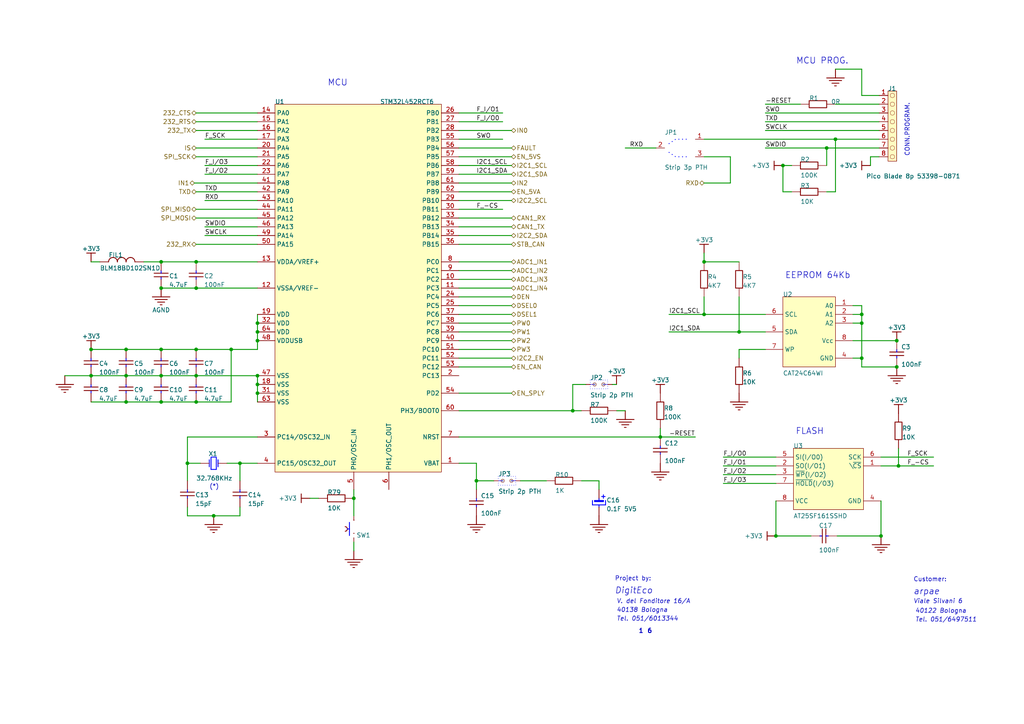
<source format=kicad_sch>
(kicad_sch (version 20230121) (generator eeschema)
  (paper "A4")
  (title_block (title "Stima V4-Slave") (rev "1.1"))
  (lib_symbols
    (symbol "Stima V4 Slave Rev1_1-altium-import:+3V3" (power)
      (property "Reference" "#PWR" (at 0 0 0))
      (property "Value" "+3V3" (at 0 3.81 0))
      (symbol "+3V3_0_0"
        (pin power_in line (at 0 0 0) (length 0) hide (name "+3V3") (number ""))
      )
    )
    (symbol "Stima V4 Slave Rev1_1-altium-import:AGND" (power)
      (property "Reference" "#PWR" (at 0 0 0))
      (property "Value" "AGND" (at 0 6.35 0))
      (symbol "AGND_0_0"
        (pin power_in line (at 0 0 0) (length 0) hide (name "AGND") (number ""))
      )
    )
    (symbol "Stima V4 Slave Rev1_1-altium-import:GND" (power)
      (property "Reference" "#PWR" (at 0 0 0))
      (property "Value" "GND" (at 0 6.35 0))
      (symbol "GND_0_0"
        (pin power_in line (at 0 0 0) (length 0) hide (name "GND") (number ""))
      )
    )
    (symbol "Stima V4 Slave Rev1_1-altium-import:root_0_AT25SF161SSHD"
      (symbol "root_0_AT25SF161SSHD_1_0"
        (pin input line (at 25.4 -5.08 180) (length 5.08) (name "\\~{CS}") (number "1"))
        (pin output line (at -5.08 -5.08 0) (length 5.08) (name "SO(I/O1)") (number "2"))
        (pin input line (at -5.08 -7.62 0) (length 5.08) (name "~{WP}(I/O2)") (number "3"))
        (pin power_in line (at 25.4 -15.24 180) (length 5.08) (name "GND") (number "4"))
        (pin input line (at -5.08 -2.54 0) (length 5.08) (name "SI(I/O0)") (number "5"))
        (pin input line (at 25.4 -2.54 180) (length 5.08) (name "SCK") (number "6"))
        (pin input line (at -5.08 -10.16 0) (length 5.08) (name "~{HOLD}(I/O3)") (number "7"))
        (pin power_in line (at -5.08 -15.24 0) (length 5.08) (name "VCC") (number "8"))
      )
    )
    (symbol "Stima V4 Slave Rev1_1-altium-import:root_0_BLM18BD"
      (symbol "root_0_BLM18BD_1_0"
        (pin passive line (at -2.54 -2.54 0) (length 2.54) (name "1") (number "1"))
        (pin passive line (at 10.16 -2.54 180) (length 2.54) (name "2") (number "2"))
      )
    )
    (symbol "Stima V4 Slave Rev1_1-altium-import:root_0_C0603"
      (symbol "root_0_C0603_1_0"
        (pin passive line (at 0 2.54 270) (length 2.54) (name "1") (number "1"))
        (pin passive line (at 0 -5.08 90) (length 2.54) (name "2") (number "2"))
      )
    )
    (symbol "Stima V4 Slave Rev1_1-altium-import:root_0_C0805"
      (symbol "root_0_C0805_1_0"
        (pin passive line (at 0 2.54 270) (length 2.54) (name "1") (number "1"))
        (pin passive line (at 0 -5.08 90) (length 2.54) (name "2") (number "2"))
      )
    )
    (symbol "Stima V4 Slave Rev1_1-altium-import:root_0_ConnPicoBlade8p"
      (symbol "root_0_ConnPicoBlade8p_1_0"
        (pin passive line (at -2.54 -1.27 0) (length 2.54) (name "1") (number "1"))
        (pin passive line (at -2.54 -3.81 0) (length 2.54) (name "2") (number "2"))
        (pin passive line (at -2.54 -6.35 0) (length 2.54) (name "3") (number "3"))
        (pin passive line (at -2.54 -8.89 0) (length 2.54) (name "4") (number "4"))
        (pin passive line (at -2.54 -11.43 0) (length 2.54) (name "5") (number "5"))
        (pin passive line (at -2.54 -13.97 0) (length 2.54) (name "6") (number "6"))
        (pin passive line (at -2.54 -16.51 0) (length 2.54) (name "7") (number "7"))
        (pin passive line (at -2.54 -19.05 0) (length 2.54) (name "8") (number "8"))
      )
    )
    (symbol "Stima V4 Slave Rev1_1-altium-import:root_0_Elettrol-SMD"
      (symbol "root_0_Elettrol-SMD_1_0"
        (pin passive line (at 0 2.54 270) (length 2.54) (name "1") (number "1"))
        (pin passive line (at 0 -5.08 90) (length 2.54) (name "2") (number "2"))
      )
    )
    (symbol "Stima V4 Slave Rev1_1-altium-import:root_0_Res 0603"
      (symbol "root_0_Res 0603_1_0"
        (pin passive line (at -2.54 -2.54 0) (length 2.54) (name "1") (number "1"))
        (pin passive line (at 7.62 -2.54 180) (length 2.54) (name "2") (number "2"))
      )
    )
    (symbol "Stima V4 Slave Rev1_1-altium-import:root_0_STM32L433R"
      (symbol "root_0_STM32L433R_1_0"
        (pin power_in line (at 53.34 -104.14 180) (length 5.08) (name "VBAT") (number "1"))
        (pin passive line (at 53.34 -50.8 180) (length 5.08) (name "PC2") (number "10"))
        (pin passive line (at 53.34 -53.34 180) (length 5.08) (name "PC3") (number "11"))
        (pin power_in line (at -5.08 -53.34 0) (length 5.08) (name "VSSA/VREF-") (number "12"))
        (pin power_in line (at -5.08 -45.72 0) (length 5.08) (name "VDDA/VREF+") (number "13"))
        (pin passive line (at -5.08 -2.54 0) (length 5.08) (name "PA0") (number "14"))
        (pin passive line (at -5.08 -5.08 0) (length 5.08) (name "PA1") (number "15"))
        (pin passive line (at -5.08 -7.62 0) (length 5.08) (name "PA2") (number "16"))
        (pin passive line (at -5.08 -10.16 0) (length 5.08) (name "PA3") (number "17"))
        (pin power_in line (at -5.08 -81.28 0) (length 5.08) (name "VSS") (number "18"))
        (pin power_in line (at -5.08 -60.96 0) (length 5.08) (name "VDD") (number "19"))
        (pin passive line (at 53.34 -78.74 180) (length 5.08) (name "PC13") (number "2"))
        (pin passive line (at -5.08 -12.7 0) (length 5.08) (name "PA4") (number "20"))
        (pin passive line (at -5.08 -15.24 0) (length 5.08) (name "PA5") (number "21"))
        (pin passive line (at -5.08 -17.78 0) (length 5.08) (name "PA6") (number "22"))
        (pin passive line (at -5.08 -20.32 0) (length 5.08) (name "PA7") (number "23"))
        (pin passive line (at 53.34 -55.88 180) (length 5.08) (name "PC4") (number "24"))
        (pin passive line (at 53.34 -58.42 180) (length 5.08) (name "PC5") (number "25"))
        (pin passive line (at 53.34 -2.54 180) (length 5.08) (name "PB0") (number "26"))
        (pin passive line (at 53.34 -5.08 180) (length 5.08) (name "PB1") (number "27"))
        (pin passive line (at 53.34 -7.62 180) (length 5.08) (name "PB2") (number "28"))
        (pin passive line (at 53.34 -27.94 180) (length 5.08) (name "PB10") (number "29"))
        (pin passive line (at -5.08 -96.52 0) (length 5.08) (name "PC14/OSC32_IN") (number "3"))
        (pin passive line (at 53.34 -30.48 180) (length 5.08) (name "PB11") (number "30"))
        (pin power_in line (at -5.08 -83.82 0) (length 5.08) (name "VSS") (number "31"))
        (pin power_in line (at -5.08 -63.5 0) (length 5.08) (name "VDD") (number "32"))
        (pin passive line (at 53.34 -33.02 180) (length 5.08) (name "PB12") (number "33"))
        (pin passive line (at 53.34 -35.56 180) (length 5.08) (name "PB13") (number "34"))
        (pin passive line (at 53.34 -38.1 180) (length 5.08) (name "PB14") (number "35"))
        (pin passive line (at 53.34 -40.64 180) (length 5.08) (name "PB15") (number "36"))
        (pin passive line (at 53.34 -60.96 180) (length 5.08) (name "PC6") (number "37"))
        (pin passive line (at 53.34 -63.5 180) (length 5.08) (name "PC7") (number "38"))
        (pin passive line (at 53.34 -66.04 180) (length 5.08) (name "PC8") (number "39"))
        (pin passive line (at -5.08 -104.14 0) (length 5.08) (name "PC15/OSC32_OUT") (number "4"))
        (pin passive line (at 53.34 -68.58 180) (length 5.08) (name "PC9") (number "40"))
        (pin passive line (at -5.08 -22.86 0) (length 5.08) (name "PA8") (number "41"))
        (pin passive line (at -5.08 -25.4 0) (length 5.08) (name "PA9") (number "42"))
        (pin passive line (at -5.08 -27.94 0) (length 5.08) (name "PA10") (number "43"))
        (pin passive line (at -5.08 -30.48 0) (length 5.08) (name "PA11") (number "44"))
        (pin passive line (at -5.08 -33.02 0) (length 5.08) (name "PA12") (number "45"))
        (pin passive line (at -5.08 -35.56 0) (length 5.08) (name "PA13") (number "46"))
        (pin power_in line (at -5.08 -78.74 0) (length 5.08) (name "VSS") (number "47"))
        (pin power_in line (at -5.08 -68.58 0) (length 5.08) (name "VDDUSB") (number "48"))
        (pin passive line (at -5.08 -38.1 0) (length 5.08) (name "PA14") (number "49"))
        (pin passive line (at 22.86 -111.76 90) (length 5.08) (name "PH0/OSC_IN") (number "5"))
        (pin passive line (at -5.08 -40.64 0) (length 5.08) (name "PA15") (number "50"))
        (pin passive line (at 53.34 -71.12 180) (length 5.08) (name "PC10") (number "51"))
        (pin passive line (at 53.34 -73.66 180) (length 5.08) (name "PC11") (number "52"))
        (pin passive line (at 53.34 -76.2 180) (length 5.08) (name "PC12") (number "53"))
        (pin passive line (at 53.34 -83.82 180) (length 5.08) (name "PD2") (number "54"))
        (pin passive line (at 53.34 -10.16 180) (length 5.08) (name "PB3") (number "55"))
        (pin passive line (at 53.34 -12.7 180) (length 5.08) (name "PB4") (number "56"))
        (pin passive line (at 53.34 -15.24 180) (length 5.08) (name "PB5") (number "57"))
        (pin passive line (at 53.34 -17.78 180) (length 5.08) (name "PB6") (number "58"))
        (pin passive line (at 53.34 -20.32 180) (length 5.08) (name "PB7") (number "59"))
        (pin passive line (at 33.02 -111.76 90) (length 5.08) (name "PH1/OSC_OUT") (number "6"))
        (pin passive line (at 53.34 -88.9 180) (length 5.08) (name "PH3/BOOT0") (number "60"))
        (pin passive line (at 53.34 -22.86 180) (length 5.08) (name "PB8") (number "61"))
        (pin passive line (at 53.34 -25.4 180) (length 5.08) (name "PB9") (number "62"))
        (pin power_in line (at -5.08 -86.36 0) (length 5.08) (name "VSS") (number "63"))
        (pin power_in line (at -5.08 -66.04 0) (length 5.08) (name "VDD") (number "64"))
        (pin passive line (at 53.34 -96.52 180) (length 5.08) (name "NRST") (number "7"))
        (pin passive line (at 53.34 -45.72 180) (length 5.08) (name "PC0") (number "8"))
        (pin passive line (at 53.34 -48.26 180) (length 5.08) (name "PC1") (number "9"))
      )
    )
    (symbol "Stima V4 Slave Rev1_1-altium-import:root_0_mirrored_AT24C64AN-10SI-2.7"
      (symbol "root_0_mirrored_AT24C64AN-10SI-2.7_1_0"
        (pin input line (at 5.08 -2.54 180) (length 5.08) (name "A0") (number "1"))
        (pin input line (at 5.08 -5.08 180) (length 5.08) (name "A1") (number "2"))
        (pin input line (at 5.08 -7.62 180) (length 5.08) (name "A2") (number "3"))
        (pin power_in line (at 5.08 -17.78 180) (length 5.08) (name "GND") (number "4"))
        (pin bidirectional line (at -20.32 -10.16 0) (length 5.08) (name "SDA") (number "5"))
        (pin input line (at -20.32 -5.08 0) (length 5.08) (name "SCL") (number "6"))
        (pin passive line (at -20.32 -15.24 0) (length 5.08) (name "WP") (number "7"))
        (pin power_in line (at 5.08 -12.7 180) (length 5.08) (name "Vcc") (number "8"))
      )
    )
    (symbol "Stima V4 Slave Rev1_1-altium-import:root_0_mirrored_JUMP3S"
      (symbol "root_0_mirrored_JUMP3S_1_0"
        (pin passive line (at 3.81 0 180) (length 2.54) (name "1") (number "1"))
        (pin passive line (at -10.16 -2.54 0) (length 2.54) (name "2") (number "2"))
        (pin passive line (at 3.81 -5.08 180) (length 2.54) (name "3") (number "3"))
      )
    )
    (symbol "Stima V4 Slave Rev1_1-altium-import:root_1_C0805"
      (symbol "root_1_C0805_1_0"
        (pin passive line (at -2.54 0 0) (length 2.54) (name "1") (number "1"))
        (pin passive line (at 5.08 0 180) (length 2.54) (name "2") (number "2"))
      )
    )
    (symbol "Stima V4 Slave Rev1_1-altium-import:root_1_JUMP1"
      (symbol "root_1_JUMP1_1_0"
        (pin passive line (at -1.27 1.27 0) (length 1.27) (name "") (number "1"))
        (pin passive line (at 6.35 1.27 180) (length 1.27) (name "") (number "2"))
      )
    )
    (symbol "Stima V4 Slave Rev1_1-altium-import:root_1_KEY-B3F"
      (symbol "root_1_KEY-B3F_1_0"
        (pin passive line (at 0 -1.27 90) (length 1.27) (name "") (number "1"))
        (pin passive line (at 0 -1.27 90) (length 1.27) (name "") (number "2"))
        (pin passive line (at 0 6.35 270) (length 1.27) (name "") (number "3"))
        (pin passive line (at 0 6.35 270) (length 1.27) (name "") (number "4"))
      )
    )
    (symbol "Stima V4 Slave Rev1_1-altium-import:root_1_Res 0603"
      (symbol "root_1_Res 0603_1_0"
        (pin passive line (at 2.54 -2.54 90) (length 2.54) (name "1") (number "1"))
        (pin passive line (at 2.54 7.62 270) (length 2.54) (name "2") (number "2"))
      )
    )
    (symbol "Stima V4 Slave Rev1_1-altium-import:root_2_Res 0603"
      (symbol "root_2_Res 0603_1_0"
        (pin passive line (at 2.54 2.54 180) (length 2.54) (name "1") (number "1"))
        (pin passive line (at -7.62 2.54 0) (length 2.54) (name "2") (number "2"))
      )
    )
    (symbol "Stima V4 Slave Rev1_1-altium-import:root_2_XTAL CIL"
      (symbol "root_2_XTAL CIL_1_0"
        (pin passive line (at 2.54 2.54 180) (length 2.54) (name "OSC1") (number "1"))
        (pin passive line (at -5.08 2.54 0) (length 2.54) (name "OSC2") (number "2"))
      )
    )
  )
  (junction (at 242.316 40.386))
  (junction (at 255.524 155.448))
  (junction (at 36.576 108.966))
  (junction (at 227.076 48.006))
  (junction (at 46.736 83.566))
  (junction (at 74.676 96.266))
  (junction (at 214.376 96.266))
  (junction (at 26.416 108.966))
  (junction (at 46.736 75.946))
  (junction (at 69.596 134.366))
  (junction (at 36.576 101.346))
  (junction (at 204.216 75.946))
  (junction (at 166.116 119.126))
  (junction (at 46.736 116.586))
  (junction (at 61.976 149.606))
  (junction (at 56.896 101.346))
  (junction (at 74.676 114.046))
  (junction (at 74.676 108.966))
  (junction (at 225.044 155.448))
  (junction (at 260.604 135.128))
  (junction (at 46.736 101.346))
  (junction (at 249.936 91.186))
  (junction (at 74.676 111.506))
  (junction (at 204.216 91.186))
  (junction (at 54.356 134.366))
  (junction (at 46.736 108.966))
  (junction (at 56.896 75.946))
  (junction (at 74.676 98.806))
  (junction (at 74.676 93.726))
  (junction (at 56.896 108.966))
  (junction (at 260.096 106.426))
  (junction (at 56.896 116.586))
  (junction (at 249.936 93.726))
  (junction (at 191.516 126.746))
  (junction (at 36.576 116.586))
  (junction (at 56.896 83.566))
  (junction (at 138.176 139.446))
  (junction (at 102.616 144.526))
  (junction (at 26.416 101.346))
  (junction (at 260.096 98.806))
  (junction (at 239.776 42.926))
  (junction (at 67.056 101.346))
  (junction (at 249.936 103.886))
  (wire (pts (xy 69.596 139.446) (xy 69.596 134.366)) (stroke (width 0.254)))
  (wire (pts (xy 166.116 119.126) (xy 168.656 119.126)) (stroke (width 0.254)))
  (wire (pts (xy 204.216 86.106) (xy 204.216 91.186)) (stroke (width 0.254)))
  (wire (pts (xy 133.096 119.126) (xy 166.116 119.126)) (stroke (width 0.254)))
  (wire (pts (xy 46.736 101.346) (xy 36.576 101.346)) (stroke (width 0.254)))
  (wire (pts (xy 133.096 75.946) (xy 148.336 75.946)) (stroke (width 0.254)))
  (wire (pts (xy 67.056 101.346) (xy 67.056 116.586)) (stroke (width 0.254)))
  (wire (pts (xy 133.096 101.346) (xy 148.336 101.346)) (stroke (width 0.254)))
  (wire (pts (xy 177.546 111.506) (xy 178.816 111.506)) (stroke (width 0.254)))
  (wire (pts (xy 36.576 116.586) (xy 26.416 116.586)) (stroke (width 0.254)))
  (wire (pts (xy 249.936 103.886) (xy 249.936 106.426)) (stroke (width 0.254)))
  (wire (pts (xy 249.936 106.426) (xy 260.096 106.426)) (stroke (width 0.254)))
  (wire (pts (xy 260.096 98.806) (xy 247.396 98.806)) (stroke (width 0.254)))
  (wire (pts (xy 133.096 88.646) (xy 148.336 88.646)) (stroke (width 0.254)))
  (wire (pts (xy 225.044 135.128) (xy 209.804 135.128)) (stroke (width 0.254)))
  (wire (pts (xy 74.676 40.386) (xy 59.436 40.386)) (stroke (width 0.254)))
  (wire (pts (xy 138.176 139.446) (xy 143.256 139.446)) (stroke (width 0.254)))
  (wire (pts (xy 69.596 149.606) (xy 69.596 147.066)) (stroke (width 0.254)))
  (wire (pts (xy 133.096 114.046) (xy 148.336 114.046)) (stroke (width 0.254)))
  (wire (pts (xy 255.016 45.466) (xy 252.476 45.466)) (stroke (width 0.254)))
  (wire (pts (xy 239.776 48.006) (xy 239.776 42.926)) (stroke (width 0.254)))
  (wire (pts (xy 255.016 27.686) (xy 249.936 27.686)) (stroke (width 0.254)))
  (wire (pts (xy 150.876 139.446) (xy 158.496 139.446)) (stroke (width 0.254)))
  (wire (pts (xy 191.516 124.206) (xy 191.516 126.746)) (stroke (width 0.254)))
  (wire (pts (xy 252.476 45.466) (xy 252.476 48.006)) (stroke (width 0.254)))
  (wire (pts (xy 56.896 35.306) (xy 74.676 35.306)) (stroke (width 0.254)))
  (wire (pts (xy 74.676 48.006) (xy 59.436 48.006)) (stroke (width 0.254)))
  (wire (pts (xy 74.676 101.346) (xy 67.056 101.346)) (stroke (width 0.254)))
  (wire (pts (xy 56.896 101.346) (xy 46.736 101.346)) (stroke (width 0.254)))
  (wire (pts (xy 46.736 108.966) (xy 56.896 108.966)) (stroke (width 0.254)))
  (wire (pts (xy 133.096 93.726) (xy 148.336 93.726)) (stroke (width 0.254)))
  (wire (pts (xy 260.604 135.128) (xy 270.764 135.128)) (stroke (width 0.254)))
  (wire (pts (xy 36.576 101.346) (xy 26.416 101.346)) (stroke (width 0.254)))
  (wire (pts (xy 133.096 83.566) (xy 148.336 83.566)) (stroke (width 0.254)))
  (wire (pts (xy 255.016 30.226) (xy 242.316 30.226)) (stroke (width 0.254)))
  (wire (pts (xy 67.056 116.586) (xy 56.896 116.586)) (stroke (width 0.254)))
  (wire (pts (xy 74.676 65.786) (xy 59.436 65.786)) (stroke (width 0.254)))
  (wire (pts (xy 214.376 86.106) (xy 214.376 96.266)) (stroke (width 0.254)))
  (wire (pts (xy 61.976 149.606) (xy 69.596 149.606)) (stroke (width 0.254)))
  (wire (pts (xy 204.216 75.946) (xy 214.376 75.946)) (stroke (width 0.254)))
  (wire (pts (xy 133.096 40.386) (xy 145.796 40.386)) (stroke (width 0.254)))
  (wire (pts (xy 26.416 75.946) (xy 28.956 75.946)) (stroke (width 0.254)))
  (wire (pts (xy 225.044 145.288) (xy 225.044 155.448)) (stroke (width 0.254)))
  (wire (pts (xy 221.996 101.346) (xy 214.376 101.346)) (stroke (width 0.254)))
  (wire (pts (xy 133.096 42.926) (xy 148.336 42.926)) (stroke (width 0.254)))
  (wire (pts (xy 204.216 73.406) (xy 204.216 75.946)) (stroke (width 0.254)))
  (wire (pts (xy 190.246 42.926) (xy 181.356 42.926)) (stroke (width 0.254)))
  (wire (pts (xy 26.416 108.966) (xy 36.576 108.966)) (stroke (width 0.254)))
  (wire (pts (xy 74.676 60.706) (xy 56.896 60.706)) (stroke (width 0.254)))
  (wire (pts (xy 148.336 37.846) (xy 133.096 37.846)) (stroke (width 0.254)))
  (wire (pts (xy 18.796 108.966) (xy 26.416 108.966)) (stroke (width 0.254)))
  (wire (pts (xy 166.116 111.506) (xy 166.116 119.126)) (stroke (width 0.254)))
  (wire (pts (xy 133.096 81.026) (xy 148.336 81.026)) (stroke (width 0.254)))
  (wire (pts (xy 138.176 139.446) (xy 138.176 141.986)) (stroke (width 0.254)))
  (wire (pts (xy 214.376 96.266) (xy 221.996 96.266)) (stroke (width 0.254)))
  (wire (pts (xy 227.076 48.006) (xy 229.616 48.006)) (stroke (width 0.254)))
  (wire (pts (xy 41.656 75.946) (xy 46.736 75.946)) (stroke (width 0.254)))
  (wire (pts (xy 74.676 50.546) (xy 59.436 50.546)) (stroke (width 0.254)))
  (wire (pts (xy 242.824 155.448) (xy 255.524 155.448)) (stroke (width 0.254)))
  (wire (pts (xy 211.836 53.086) (xy 204.216 53.086)) (stroke (width 0.254)))
  (wire (pts (xy 249.936 20.066) (xy 242.316 20.066)) (stroke (width 0.254)))
  (wire (pts (xy 133.096 106.426) (xy 148.336 106.426)) (stroke (width 0.254)))
  (wire (pts (xy 133.096 50.546) (xy 148.336 50.546)) (stroke (width 0.254)))
  (wire (pts (xy 225.044 137.668) (xy 209.804 137.668)) (stroke (width 0.254)))
  (wire (pts (xy 54.356 149.606) (xy 61.976 149.606)) (stroke (width 0.254)))
  (wire (pts (xy 102.616 144.526) (xy 102.616 141.986)) (stroke (width 0.254)))
  (wire (pts (xy 133.096 55.626) (xy 148.336 55.626)) (stroke (width 0.254)))
  (wire (pts (xy 178.816 119.126) (xy 181.356 119.126)) (stroke (width 0.254)))
  (wire (pts (xy 221.996 37.846) (xy 255.016 37.846)) (stroke (width 0.254)))
  (wire (pts (xy 74.676 42.926) (xy 56.896 42.926)) (stroke (width 0.254)))
  (wire (pts (xy 74.676 91.186) (xy 74.676 93.726)) (stroke (width 0.254)))
  (wire (pts (xy 133.096 63.246) (xy 148.336 63.246)) (stroke (width 0.254)))
  (wire (pts (xy 56.388 53.086) (xy 74.676 53.086)) (stroke (width 0.254)))
  (wire (pts (xy 249.936 91.186) (xy 249.936 88.646)) (stroke (width 0.254)))
  (wire (pts (xy 133.096 32.766) (xy 145.796 32.766)) (stroke (width 0.254)))
  (wire (pts (xy 74.676 63.246) (xy 56.896 63.246)) (stroke (width 0.254)))
  (wire (pts (xy 133.096 45.466) (xy 148.336 45.466)) (stroke (width 0.254)))
  (wire (pts (xy 74.676 68.326) (xy 59.436 68.326)) (stroke (width 0.254)))
  (wire (pts (xy 232.156 30.226) (xy 221.996 30.226)) (stroke (width 0.254)))
  (wire (pts (xy 56.896 37.846) (xy 74.676 37.846)) (stroke (width 0.254)))
  (wire (pts (xy 247.396 93.726) (xy 249.936 93.726)) (stroke (width 0.254)))
  (wire (pts (xy 54.356 147.066) (xy 54.356 149.606)) (stroke (width 0.254)))
  (wire (pts (xy 239.776 42.926) (xy 255.016 42.926)) (stroke (width 0.254)))
  (wire (pts (xy 54.356 134.366) (xy 58.166 134.366)) (stroke (width 0.254)))
  (wire (pts (xy 56.896 108.966) (xy 74.676 108.966)) (stroke (width 0.254)))
  (wire (pts (xy 74.676 93.726) (xy 74.676 96.266)) (stroke (width 0.254)))
  (wire (pts (xy 255.016 35.306) (xy 221.996 35.306)) (stroke (width 0.254)))
  (wire (pts (xy 255.524 155.448) (xy 255.524 145.288)) (stroke (width 0.254)))
  (wire (pts (xy 56.896 32.766) (xy 74.676 32.766)) (stroke (width 0.254)))
  (wire (pts (xy 204.216 91.186) (xy 221.996 91.186)) (stroke (width 0.254)))
  (wire (pts (xy 56.896 45.466) (xy 74.676 45.466)) (stroke (width 0.254)))
  (wire (pts (xy 133.096 70.866) (xy 148.336 70.866)) (stroke (width 0.254)))
  (wire (pts (xy 242.316 55.626) (xy 239.776 55.626)) (stroke (width 0.254)))
  (wire (pts (xy 225.044 155.448) (xy 235.204 155.448)) (stroke (width 0.254)))
  (wire (pts (xy 133.096 134.366) (xy 138.176 134.366)) (stroke (width 0.254)))
  (wire (pts (xy 74.676 96.266) (xy 74.676 98.806)) (stroke (width 0.254)))
  (wire (pts (xy 133.096 126.746) (xy 191.516 126.746)) (stroke (width 0.254)))
  (wire (pts (xy 168.656 139.446) (xy 173.736 139.446)) (stroke (width 0.254)))
  (wire (pts (xy 249.936 27.686) (xy 249.936 20.066)) (stroke (width 0.254)))
  (wire (pts (xy 56.896 116.586) (xy 46.736 116.586)) (stroke (width 0.254)))
  (wire (pts (xy 133.096 65.786) (xy 148.336 65.786)) (stroke (width 0.254)))
  (wire (pts (xy 227.076 55.626) (xy 227.076 48.006)) (stroke (width 0.254)))
  (wire (pts (xy 46.736 75.946) (xy 56.896 75.946)) (stroke (width 0.254)))
  (wire (pts (xy 46.736 116.586) (xy 36.576 116.586)) (stroke (width 0.254)))
  (wire (pts (xy 102.616 149.606) (xy 102.616 144.526)) (stroke (width 0.254)))
  (wire (pts (xy 133.096 96.266) (xy 148.336 96.266)) (stroke (width 0.254)))
  (wire (pts (xy 46.736 83.566) (xy 56.896 83.566)) (stroke (width 0.254)))
  (wire (pts (xy 133.096 35.306) (xy 145.796 35.306)) (stroke (width 0.254)))
  (wire (pts (xy 242.316 40.386) (xy 242.316 55.626)) (stroke (width 0.254)))
  (wire (pts (xy 56.896 75.946) (xy 74.676 75.946)) (stroke (width 0.254)))
  (wire (pts (xy 255.524 135.128) (xy 260.604 135.128)) (stroke (width 0.254)))
  (wire (pts (xy 255.016 40.386) (xy 242.316 40.386)) (stroke (width 0.254)))
  (wire (pts (xy 74.676 58.166) (xy 59.436 58.166)) (stroke (width 0.254)))
  (wire (pts (xy 89.916 144.526) (xy 92.456 144.526)) (stroke (width 0.254)))
  (wire (pts (xy 247.396 91.186) (xy 249.936 91.186)) (stroke (width 0.254)))
  (wire (pts (xy 65.786 134.366) (xy 69.596 134.366)) (stroke (width 0.254)))
  (wire (pts (xy 133.096 78.486) (xy 148.336 78.486)) (stroke (width 0.254)))
  (wire (pts (xy 133.096 58.166) (xy 148.336 58.166)) (stroke (width 0.254)))
  (wire (pts (xy 225.044 140.208) (xy 209.804 140.208)) (stroke (width 0.254)))
  (wire (pts (xy 69.596 134.366) (xy 74.676 134.366)) (stroke (width 0.254)))
  (wire (pts (xy 133.096 60.706) (xy 145.796 60.706)) (stroke (width 0.254)))
  (wire (pts (xy 74.676 98.806) (xy 74.676 101.346)) (stroke (width 0.254)))
  (wire (pts (xy 74.676 108.966) (xy 74.676 111.506)) (stroke (width 0.254)))
  (wire (pts (xy 225.044 132.588) (xy 209.804 132.588)) (stroke (width 0.254)))
  (wire (pts (xy 102.616 157.226) (xy 102.616 159.766)) (stroke (width 0.254)))
  (wire (pts (xy 221.996 42.926) (xy 239.776 42.926)) (stroke (width 0.254)))
  (wire (pts (xy 194.056 91.186) (xy 204.216 91.186)) (stroke (width 0.254)))
  (wire (pts (xy 67.056 101.346) (xy 56.896 101.346)) (stroke (width 0.254)))
  (wire (pts (xy 133.096 91.186) (xy 148.336 91.186)) (stroke (width 0.254)))
  (wire (pts (xy 133.096 48.006) (xy 148.336 48.006)) (stroke (width 0.254)))
  (wire (pts (xy 249.936 103.886) (xy 249.936 93.726)) (stroke (width 0.254)))
  (wire (pts (xy 249.936 88.646) (xy 247.396 88.646)) (stroke (width 0.254)))
  (wire (pts (xy 214.376 101.346) (xy 214.376 103.886)) (stroke (width 0.254)))
  (wire (pts (xy 54.356 126.746) (xy 54.356 134.366)) (stroke (width 0.254)))
  (wire (pts (xy 247.396 103.886) (xy 249.936 103.886)) (stroke (width 0.254)))
  (wire (pts (xy 229.616 55.626) (xy 227.076 55.626)) (stroke (width 0.254)))
  (wire (pts (xy 148.336 53.086) (xy 133.096 53.086)) (stroke (width 0.254)))
  (wire (pts (xy 54.356 134.366) (xy 54.356 139.446)) (stroke (width 0.254)))
  (wire (pts (xy 249.936 93.726) (xy 249.936 91.186)) (stroke (width 0.254)))
  (wire (pts (xy 36.576 108.966) (xy 46.736 108.966)) (stroke (width 0.254)))
  (wire (pts (xy 211.836 45.466) (xy 211.836 53.086)) (stroke (width 0.254)))
  (wire (pts (xy 255.524 132.588) (xy 270.764 132.588)) (stroke (width 0.254)))
  (wire (pts (xy 56.896 70.866) (xy 74.676 70.866)) (stroke (width 0.254)))
  (wire (pts (xy 133.096 103.886) (xy 148.336 103.886)) (stroke (width 0.254)))
  (wire (pts (xy 204.216 45.466) (xy 211.836 45.466)) (stroke (width 0.254)))
  (wire (pts (xy 138.176 134.366) (xy 138.176 139.446)) (stroke (width 0.254)))
  (wire (pts (xy 194.056 96.266) (xy 214.376 96.266)) (stroke (width 0.254)))
  (wire (pts (xy 173.736 139.446) (xy 173.736 141.986)) (stroke (width 0.254)))
  (wire (pts (xy 133.096 98.806) (xy 148.336 98.806)) (stroke (width 0.254)))
  (wire (pts (xy 74.676 114.046) (xy 74.676 116.586)) (stroke (width 0.254)))
  (wire (pts (xy 242.316 40.386) (xy 204.216 40.386)) (stroke (width 0.254)))
  (wire (pts (xy 74.676 55.626) (xy 56.896 55.626)) (stroke (width 0.254)))
  (wire (pts (xy 74.676 126.746) (xy 54.356 126.746)) (stroke (width 0.254)))
  (wire (pts (xy 191.516 126.746) (xy 201.676 126.746)) (stroke (width 0.254)))
  (wire (pts (xy 133.096 68.326) (xy 148.336 68.326)) (stroke (width 0.254)))
  (wire (pts (xy 133.096 86.106) (xy 148.336 86.106)) (stroke (width 0.254)))
  (wire (pts (xy 56.896 83.566) (xy 74.676 83.566)) (stroke (width 0.254)))
  (wire (pts (xy 169.926 111.506) (xy 166.116 111.506)) (stroke (width 0.254)))
  (wire (pts (xy 74.676 111.506) (xy 74.676 114.046)) (stroke (width 0.254)))
  (wire (pts (xy 255.016 32.766) (xy 221.996 32.766)) (stroke (width 0.254)))
  (wire (pts (xy 260.604 130.048) (xy 260.604 135.128)) (stroke (width 0.254)))
  (text "MCU" (at 94.996 25.146 0) (effects (font (size 1.778 1.778)) (justify left bottom)))
  (text "arpae" (at 264.922 172.72 0) (effects (font (size 1.778 1.778) italic) (justify left bottom)))
  (text "(*)" (at 60.706 141.986 0) (effects (font (size 1.27 1.27)) (justify left bottom)))
  (text "40138 Bologna" (at 178.816 177.8 0) (effects (font (size 1.27 1.27) italic) (justify left bottom)))
  (text "Project by:" (at 178.308 168.656 0) (effects (font (size 1.27 1.27)) (justify left bottom)))
  (text "Tel. 051/6013344" (at 178.816 180.34 0) (effects (font (size 1.27 1.27) italic) (justify left bottom)))
  (text "Customer:" (at 264.922 168.91 0) (effects (font (size 1.27 1.27)) (justify left bottom)))
  (text "6" (at 189.23 183.896 0) (effects (font (size 1.27 1.27) bold) (justify right bottom)))
  (text "EEPROM 64Kb" (at 227.711 81.026 0) (effects (font (size 1.778 1.778)) (justify left bottom)))
  (text "Viale Silvani 6" (at 264.922 175.26 0) (effects (font (size 1.27 1.27) italic) (justify left bottom)))
  (text "DigitEco" (at 178.308 172.466 0) (effects (font (size 1.778 1.778) italic) (justify left bottom)))
  (text "${#}" (at 185.166 183.896 0) (effects (font (size 1.27 1.27) bold) (justify left bottom)))
  (text "Tel. 051/6497511" (at 265.43 180.594 0) (effects (font (size 1.27 1.27) italic) (justify left bottom)))
  (text "MCU PROG." (at 230.886 18.796 0) (effects (font (size 1.778 1.778)) (justify left bottom)))
  (text "40122 Bologna" (at 265.43 178.054 0) (effects (font (size 1.27 1.27) italic) (justify left bottom)))
  (text "CONN.PROGRAM." (at 263.906 45.466 90) (effects (font (size 1.27 1.27)) (justify left bottom)))
  (text "V. del Fonditore 16/A" (at 178.816 175.26 0) (effects (font (size 1.27 1.27) italic) (justify left bottom)))
  (text "FLASH" (at 230.759 126.238 0) (effects (font (size 1.778 1.778)) (justify left bottom)))
  (label "-RESET" (at 194.056 126.746 180))
  (label "F_I/O2" (at 209.804 137.668 180))
  (label "I2C1_SCL" (at 138.176 48.006 180))
  (label "F_I/O1" (at 209.804 135.128 180))
  (label "SWO" (at 138.176 40.386 180))
  (label "F_I/O0" (at 138.176 35.306 180))
  (label "I2C1_SDA" (at 138.176 50.546 180))
  (label "SWDIO" (at 59.436 65.786 180))
  (label "F_I/O2" (at 59.436 50.546 180))
  (label "F_I/O3" (at 59.436 48.006 180))
  (label "RXD" (at 182.626 42.926 180))
  (label "I2C1_SCL" (at 194.056 91.186 180))
  (label "F_-CS" (at 138.176 60.706 180))
  (label "SWDIO" (at 221.996 42.926 180))
  (label "SWCLK" (at 59.436 68.326 180))
  (label "F_I/O1" (at 138.176 32.766 180))
  (label "TXD" (at 59.436 55.626 180))
  (label "-RESET" (at 221.996 30.226 180))
  (label "SWCLK" (at 221.996 37.846 180))
  (label "RXD" (at 59.436 58.166 180))
  (label "F_I/O0" (at 209.804 132.588 180))
  (label "I2C1_SDA" (at 194.056 96.266 180))
  (label "F_SCK" (at 59.436 40.386 180))
  (label "F_-CS" (at 263.144 135.128 180))
  (label "F_I/O3" (at 209.804 140.208 180))
  (label "SWO" (at 221.996 32.766 180))
  (label "F_SCK" (at 263.144 132.588 180))
  (label "TXD" (at 221.996 35.306 180))
  (hierarchical_label "TXD" (shape bidirectional) (at 56.896 55.626 180))
  (hierarchical_label "PW1" (shape bidirectional) (at 148.336 96.266 0))
  (hierarchical_label "EN_5VA" (shape bidirectional) (at 148.336 55.626 0))
  (hierarchical_label "SPI_MISO" (shape bidirectional) (at 56.896 60.706 180))
  (hierarchical_label "232_CTS" (shape bidirectional) (at 56.896 32.766 180))
  (hierarchical_label "232_TX" (shape bidirectional) (at 56.896 37.846 180))
  (hierarchical_label "EN_5VS" (shape bidirectional) (at 148.336 45.466 0))
  (hierarchical_label "RXD" (shape bidirectional) (at 204.216 53.086 180))
  (hierarchical_label "DSEL1" (shape bidirectional) (at 148.336 91.186 0))
  (hierarchical_label "232_RTS" (shape bidirectional) (at 56.896 35.306 180))
  (hierarchical_label "DSEL0" (shape bidirectional) (at 148.336 88.646 0))
  (hierarchical_label "232_RX" (shape bidirectional) (at 56.896 70.866 180))
  (hierarchical_label "I2C2_SCL" (shape bidirectional) (at 148.336 58.166 0))
  (hierarchical_label "ADC1_IN4" (shape bidirectional) (at 148.336 83.566 0))
  (hierarchical_label "CAN1_TX" (shape bidirectional) (at 148.336 65.786 0))
  (hierarchical_label "PW3" (shape bidirectional) (at 148.336 101.346 0))
  (hierarchical_label "IN1" (shape bidirectional) (at 56.388 53.086 180))
  (hierarchical_label "PW2" (shape bidirectional) (at 148.336 98.806 0))
  (hierarchical_label "EN_CAN" (shape bidirectional) (at 148.336 106.426 0))
  (hierarchical_label "IS" (shape bidirectional) (at 56.896 42.926 180))
  (hierarchical_label "CAN1_RX" (shape bidirectional) (at 148.336 63.246 0))
  (hierarchical_label "ADC1_IN3" (shape bidirectional) (at 148.336 81.026 0))
  (hierarchical_label "FAULT" (shape bidirectional) (at 148.336 42.926 0))
  (hierarchical_label "I2C1_SCL" (shape bidirectional) (at 148.336 48.006 0))
  (hierarchical_label "SPI_SCK" (shape bidirectional) (at 56.896 45.466 180))
  (hierarchical_label "DEN" (shape bidirectional) (at 148.336 86.106 0))
  (hierarchical_label "ADC1_IN1" (shape bidirectional) (at 148.336 75.946 0))
  (hierarchical_label "STB_CAN" (shape bidirectional) (at 148.336 70.866 0))
  (hierarchical_label "EN_SPLY" (shape bidirectional) (at 148.336 114.046 0))
  (hierarchical_label "IN2" (shape bidirectional) (at 148.336 53.086 0))
  (hierarchical_label "I2C2_SDA" (shape bidirectional) (at 148.336 68.326 0))
  (hierarchical_label "ADC1_IN2" (shape bidirectional) (at 148.336 78.486 0))
  (hierarchical_label "I2C2_EN" (shape bidirectional) (at 148.336 103.886 0))
  (hierarchical_label "I2C1_SDA" (shape bidirectional) (at 148.336 50.546 0))
  (hierarchical_label "SPI_MOSI" (shape bidirectional) (at 56.896 63.246 180))
  (hierarchical_label "IN0" (shape bidirectional) (at 148.336 37.846 0))
  (hierarchical_label "PW0" (shape bidirectional) (at 148.336 93.726 0))
  (symbol (lib_id "Stima V4 Slave Rev1_1-altium-import:root_1_Res 0603") (at 201.676 83.566 0) (unit 1)
    (property "Reference" "R4" (at 205.232 81.026 0) (effects (justify left bottom)))
    (property "Value" "4K7" (at 205.232 83.566 0) (effects (justify left bottom)))
    (property "Footprint" "0603" (effects hide))
    (property "ALTIUM_VALUE" "4K7" (effects hide))
    (property "PRECISION" "1%" (effects hide))
    (property "PACKAGE REFERENCE" "0603" (effects hide))
    (property "POWER" "1/10W" (effects hide))
  )
  (symbol (lib_id "Stima V4 Slave Rev1_1-altium-import:root_1_Res 0603") (at 211.836 111.506 0) (unit 1)
    (property "Reference" "R6" (at 215.392 108.966 0) (effects (justify left bottom)))
    (property "Value" "10K" (at 215.392 111.506 0) (effects (justify left bottom)))
    (property "Footprint" "0603" (effects hide))
    (property "ALTIUM_VALUE" "10K" (effects hide))
    (property "PRECISION" "1%" (effects hide))
    (property "PACKAGE REFERENCE" "0603" (effects hide))
    (property "POWER" "1/10W" (effects hide))
  )
  (symbol (lib_id "Stima V4 Slave Rev1_1-altium-import:+3V3") (at 178.816 111.506 180) (unit 1)
    (property "Reference" "#PWR?" (effects hide))
    (property "Value" "+3V3" (at 178.816 107.696 0))
  )
  (symbol (lib_id "Stima V4 Slave Rev1_1-altium-import:+3V3") (at 191.516 114.046 180) (unit 1)
    (property "Reference" "#PWR?" (effects hide))
    (property "Value" "+3V3" (at 191.516 110.236 0))
  )
  (symbol (lib_id "Stima V4 Slave Rev1_1-altium-import:root_0_C0603") (at 26.416 111.506 0) (unit 1)
    (property "Reference" "C8" (at 28.702 113.792 0) (effects (justify left bottom)))
    (property "Value" "4.7uF" (at 28.702 116.332 0) (effects (justify left bottom)))
    (property "Footprint" "0603" (effects hide))
    (property "PACKAGE REFERENCE" "0603" (effects hide))
    (property "TYPE" "Multistrato X5R/X7R" (effects hide))
    (property "ALTIUM_VALUE" "4.7uF" (effects hide))
    (property "VOLTAGE" "16V" (effects hide))
  )
  (symbol (lib_id "Stima V4 Slave Rev1_1-altium-import:+3V3") (at 260.096 98.806 180) (unit 1)
    (property "Reference" "#PWR?" (effects hide))
    (property "Value" "+3V3" (at 260.096 94.996 0))
  )
  (symbol (lib_id "Stima V4 Slave Rev1_1-altium-import:GND") (at 255.524 155.448 0) (unit 1)
    (property "Reference" "#PWR?" (effects hide))
    (property "Value" "GND" (effects hide))
  )
  (symbol (lib_id "Stima V4 Slave Rev1_1-altium-import:GND") (at 173.736 149.606 0) (unit 1)
    (property "Reference" "#PWR?" (effects hide))
    (property "Value" "GND" (effects hide))
  )
  (symbol (lib_id "Stima V4 Slave Rev1_1-altium-import:root_0_AT25SF161SSHD") (at 230.124 130.048 0) (unit 1)
    (property "Reference" "U3" (at 230.124 130.048 0) (effects (justify left bottom)))
    (property "Value" "AT25SF161SSHD" (at 230.124 150.368 0) (effects (justify left bottom)))
    (property "Footprint" "SO8" (effects hide))
    (property "PACKAGE REFERENCE" "SO8" (effects hide))
  )
  (symbol (lib_id "Stima V4 Slave Rev1_1-altium-import:GND") (at 260.096 106.426 0) (unit 1)
    (property "Reference" "#PWR?" (effects hide))
    (property "Value" "GND" (effects hide))
  )
  (symbol (lib_id "Stima V4 Slave Rev1_1-altium-import:AGND") (at 46.736 83.566 0) (unit 1)
    (property "Reference" "#PWR?" (effects hide))
    (property "Value" "AGND" (at 46.736 89.916 0))
  )
  (symbol (lib_id "Stima V4 Slave Rev1_1-altium-import:+3V3") (at 252.476 48.006 270) (unit 1)
    (property "Reference" "#PWR?" (effects hide))
    (property "Value" "+3V3" (at 248.666 48.006 90) (effects (justify right)))
  )
  (symbol (lib_id "Stima V4 Slave Rev1_1-altium-import:root_1_JUMP1") (at 144.526 140.716 0) (unit 1)
    (property "Reference" "JP3" (at 144.526 138.176 0) (effects (justify left bottom)))
    (property "Value" "Strip 2p PTH" (at 144.526 143.256 0) (effects (justify left bottom)))
    (property "Footprint" "STRIP2P" (effects hide))
    (property "PACKAGE REFERENCE" "PTH" (effects hide))
  )
  (symbol (lib_id "Stima V4 Slave Rev1_1-altium-import:root_1_Res 0603") (at 258.064 127.508 0) (unit 1)
    (property "Reference" "R9" (at 261.62 124.968 0) (effects (justify left bottom)))
    (property "Value" "10K" (at 261.62 127.508 0) (effects (justify left bottom)))
    (property "Footprint" "0603" (effects hide))
    (property "ALTIUM_VALUE" "10K" (effects hide))
    (property "PRECISION" "1%" (effects hide))
    (property "PACKAGE REFERENCE" "0603" (effects hide))
    (property "POWER" "1/10W" (effects hide))
  )
  (symbol (lib_id "Stima V4 Slave Rev1_1-altium-import:root_2_XTAL CIL") (at 63.246 136.906 0) (unit 1)
    (property "Reference" "X1" (at 60.452 132.334 0) (effects (justify left bottom)))
    (property "Value" "32.768KHz" (at 56.896 139.446 0) (effects (justify left bottom)))
    (property "Footprint" "CRYST_ECS" (effects hide))
    (property "FREQUENCY" "32.768KHz" (effects hide))
    (property "PACKAGE REFERENCE" "3.2x1.5mm" (effects hide))
  )
  (symbol (lib_id "Stima V4 Slave Rev1_1-altium-import:root_0_STM32L433R") (at 79.756 30.226 0) (unit 1)
    (property "Reference" "U1" (at 79.756 30.226 0) (effects (justify left bottom)))
    (property "Value" "STM32L452RCT6" (at 110.236 30.226 0) (effects (justify left bottom)))
    (property "Footprint" "LQFP64" (effects hide))
    (property "PACKAGE REFERENCE" "LQFP64" (effects hide))
  )
  (symbol (lib_id "Stima V4 Slave Rev1_1-altium-import:+3V3") (at 225.044 155.448 270) (unit 1)
    (property "Reference" "#PWR?" (effects hide))
    (property "Value" "+3V3" (at 221.234 155.448 90) (effects (justify right)))
  )
  (symbol (lib_id "Stima V4 Slave Rev1_1-altium-import:root_0_Elettrol-SMD") (at 173.736 144.526 0) (unit 1)
    (property "Reference" "C16" (at 175.895 145.796 0) (effects (justify left bottom)))
    (property "Value" "0.1F 5V5" (at 175.895 148.336 0) (effects (justify left bottom)))
    (property "Footprint" "10X8-10_5" (effects hide))
    (property "PACKAGE REFERENCE" "10.5x10.5" (effects hide))
    (property "ALTIUM_VALUE" "0.1F" (effects hide))
    (property "TYPE" "Elettrolitico" (effects hide))
    (property "VOLTAGE" "5V5" (effects hide))
    (property "ALTIUM_UNNAMED_1" "KEMET FC0H104ZFTBR24" (effects hide))
  )
  (symbol (lib_id "Stima V4 Slave Rev1_1-altium-import:+3V3") (at 26.416 75.946 180) (unit 1)
    (property "Reference" "#PWR?" (effects hide))
    (property "Value" "+3V3" (at 26.416 72.136 0))
  )
  (symbol (lib_id "Stima V4 Slave Rev1_1-altium-import:+3V3") (at 260.604 119.888 180) (unit 1)
    (property "Reference" "#PWR?" (effects hide))
    (property "Value" "+3V3" (at 260.604 116.078 0))
  )
  (symbol (lib_id "Stima V4 Slave Rev1_1-altium-import:root_1_C0805") (at 237.744 155.448 0) (unit 1)
    (property "Reference" "C17" (at 237.49 153.162 0) (effects (justify left bottom)))
    (property "Value" "100nF" (at 237.49 160.274 0) (effects (justify left bottom)))
    (property "Footprint" "0603" (effects hide))
    (property "PACKAGE REFERENCE" "0603" (effects hide))
    (property "TYPE" "Multistrato X5R/X7R" (effects hide))
    (property "ALTIUM_VALUE" "100nF" (effects hide))
    (property "VOLTAGE" "50V" (effects hide))
  )
  (symbol (lib_id "Stima V4 Slave Rev1_1-altium-import:root_0_ConnPicoBlade8p") (at 257.556 26.416 0) (unit 1)
    (property "Reference" "J1" (at 257.556 26.416 0) (effects (justify left bottom)))
    (property "Value" "Pico Blade 8p 53398-0871" (at 251.206 51.816 0) (effects (justify left bottom)))
    (property "Footprint" "MOLEX8P1_25SMD" (effects hide))
    (property "MANUFACTURING" "Molex" (effects hide))
    (property "CODE" "53261-0871 Right Angle (90)" (effects hide))
    (property "CODE1" "53398-0871  Vertical" (effects hide))
    (property "SERIES" "Pico Blade" (effects hide))
  )
  (symbol (lib_id "Stima V4 Slave Rev1_1-altium-import:root_1_Res 0603") (at 188.976 121.666 0) (unit 1)
    (property "Reference" "R8" (at 192.532 119.126 0) (effects (justify left bottom)))
    (property "Value" "100K" (at 192.532 121.666 0) (effects (justify left bottom)))
    (property "Footprint" "0603" (effects hide))
    (property "ALTIUM_VALUE" "100K" (effects hide))
    (property "PRECISION" "1%" (effects hide))
    (property "PACKAGE REFERENCE" "0603" (effects hide))
    (property "POWER" "1/10W" (effects hide))
  )
  (symbol (lib_id "Stima V4 Slave Rev1_1-altium-import:root_0_C0603") (at 56.896 103.886 0) (unit 1)
    (property "Reference" "C7" (at 59.182 106.172 0) (effects (justify left bottom)))
    (property "Value" "100nF" (at 59.182 108.712 0) (effects (justify left bottom)))
    (property "Footprint" "0603" (effects hide))
    (property "PACKAGE REFERENCE" "0603" (effects hide))
    (property "TYPE" "Multistrato X5R/X7R" (effects hide))
    (property "ALTIUM_VALUE" "100nF" (effects hide))
    (property "VOLTAGE" "50V" (effects hide))
  )
  (symbol (lib_id "Stima V4 Slave Rev1_1-altium-import:GND") (at 102.616 159.766 0) (unit 1)
    (property "Reference" "#PWR?" (effects hide))
    (property "Value" "GND" (effects hide))
  )
  (symbol (lib_id "Stima V4 Slave Rev1_1-altium-import:root_0_C0805") (at 260.096 101.346 0) (unit 1)
    (property "Reference" "C3" (at 261.366 101.346 0) (effects (justify left bottom)))
    (property "Value" "100nF" (at 261.366 106.426 0) (effects (justify left bottom)))
    (property "Footprint" "0603" (effects hide))
    (property "PACKAGE REFERENCE" "0603" (effects hide))
    (property "TYPE" "Multistrato X5R/X7R" (effects hide))
    (property "ALTIUM_VALUE" "100nF" (effects hide))
    (property "VOLTAGE" "50V" (effects hide))
  )
  (symbol (lib_id "Stima V4 Slave Rev1_1-altium-import:GND") (at 214.376 114.046 0) (unit 1)
    (property "Reference" "#PWR?" (effects hide))
    (property "Value" "GND" (effects hide))
  )
  (symbol (lib_id "Stima V4 Slave Rev1_1-altium-import:root_1_Res 0603") (at 211.836 83.566 0) (unit 1)
    (property "Reference" "R5" (at 215.392 81.026 0) (effects (justify left bottom)))
    (property "Value" "4K7" (at 215.392 83.566 0) (effects (justify left bottom)))
    (property "Footprint" "0603" (effects hide))
    (property "ALTIUM_VALUE" "4K7" (effects hide))
    (property "PRECISION" "1%" (effects hide))
    (property "PACKAGE REFERENCE" "0603" (effects hide))
    (property "POWER" "1/10W" (effects hide))
  )
  (symbol (lib_id "Stima V4 Slave Rev1_1-altium-import:root_0_C0603") (at 36.576 111.506 0) (unit 1)
    (property "Reference" "C9" (at 38.862 113.792 0) (effects (justify left bottom)))
    (property "Value" "4.7uF" (at 38.862 116.332 0) (effects (justify left bottom)))
    (property "Footprint" "0603" (effects hide))
    (property "PACKAGE REFERENCE" "0603" (effects hide))
    (property "TYPE" "Multistrato X5R/X7R" (effects hide))
    (property "ALTIUM_VALUE" "4.7uF" (effects hide))
    (property "VOLTAGE" "16V" (effects hide))
  )
  (symbol (lib_id "Stima V4 Slave Rev1_1-altium-import:root_0_C0603") (at 56.896 111.506 0) (unit 1)
    (property "Reference" "C11" (at 59.182 113.792 0) (effects (justify left bottom)))
    (property "Value" "4.7uF" (at 59.182 116.332 0) (effects (justify left bottom)))
    (property "Footprint" "0603" (effects hide))
    (property "PACKAGE REFERENCE" "0603" (effects hide))
    (property "TYPE" "Multistrato X5R/X7R" (effects hide))
    (property "ALTIUM_VALUE" "4.7uF" (effects hide))
    (property "VOLTAGE" "16V" (effects hide))
  )
  (symbol (lib_id "Stima V4 Slave Rev1_1-altium-import:root_0_C0603") (at 26.416 103.886 0) (unit 1)
    (property "Reference" "C4" (at 28.702 106.172 0) (effects (justify left bottom)))
    (property "Value" "100nF" (at 28.702 108.712 0) (effects (justify left bottom)))
    (property "Footprint" "0603" (effects hide))
    (property "PACKAGE REFERENCE" "0603" (effects hide))
    (property "TYPE" "Multistrato X5R/X7R" (effects hide))
    (property "ALTIUM_VALUE" "100nF" (effects hide))
    (property "VOLTAGE" "50V" (effects hide))
  )
  (symbol (lib_id "Stima V4 Slave Rev1_1-altium-import:root_0_Res 0603") (at 234.696 27.686 0) (unit 1)
    (property "Reference" "R1" (at 234.696 29.21 0) (effects (justify left bottom)))
    (property "Value" "0R" (at 241.046 30.226 0) (effects (justify left bottom)))
    (property "Footprint" "0603" (effects hide))
    (property "ALTIUM_VALUE" "0R" (effects hide))
    (property "PRECISION" "1%" (effects hide))
    (property "PACKAGE REFERENCE" "0603" (effects hide))
    (property "POWER" "1/10W" (effects hide))
  )
  (symbol (lib_id "Stima V4 Slave Rev1_1-altium-import:root_0_mirrored_JUMP3S") (at 200.406 40.386 0) (unit 1)
    (property "Reference" "JP1" (at 192.773 39.116 0) (effects (justify left bottom)))
    (property "Value" "Strip 3p PTH" (at 192.773 49.276 0) (effects (justify left bottom)))
    (property "Footprint" "STRIP3PP254" (effects hide))
    (property "PACKAGE REFERENCE" "PTH" (effects hide))
  )
  (symbol (lib_id "Stima V4 Slave Rev1_1-altium-import:GND") (at 191.516 134.366 0) (unit 1)
    (property "Reference" "#PWR?" (effects hide))
    (property "Value" "GND" (effects hide))
  )
  (symbol (lib_id "Stima V4 Slave Rev1_1-altium-import:root_0_C0603") (at 46.736 78.486 0) (unit 1)
    (property "Reference" "C1" (at 49.022 80.772 0) (effects (justify left bottom)))
    (property "Value" "4.7uF" (at 49.022 83.312 0) (effects (justify left bottom)))
    (property "Footprint" "0603" (effects hide))
    (property "PACKAGE REFERENCE" "0603" (effects hide))
    (property "TYPE" "Multistrato X5R/X7R" (effects hide))
    (property "ALTIUM_VALUE" "4.7uF" (effects hide))
    (property "VOLTAGE" "16V" (effects hide))
  )
  (symbol (lib_id "Stima V4 Slave Rev1_1-altium-import:+3V3") (at 204.216 73.406 180) (unit 1)
    (property "Reference" "#PWR?" (effects hide))
    (property "Value" "+3V3" (at 204.216 69.596 0))
  )
  (symbol (lib_id "Stima V4 Slave Rev1_1-altium-import:root_0_C0805") (at 138.176 144.526 0) (unit 1)
    (property "Reference" "C15" (at 139.446 144.526 0) (effects (justify left bottom)))
    (property "Value" "100nF" (at 139.446 149.606 0) (effects (justify left bottom)))
    (property "Footprint" "0603" (effects hide))
    (property "PACKAGE REFERENCE" "0603" (effects hide))
    (property "TYPE" "Multistrato X5R/X7R" (effects hide))
    (property "ALTIUM_VALUE" "100nF" (effects hide))
    (property "VOLTAGE" "50V" (effects hide))
  )
  (symbol (lib_id "Stima V4 Slave Rev1_1-altium-import:root_0_Res 0603") (at 161.036 136.906 0) (unit 1)
    (property "Reference" "R10" (at 161.036 138.43 0) (effects (justify left bottom)))
    (property "Value" "1K" (at 161.036 143.002 0) (effects (justify left bottom)))
    (property "Footprint" "0603" (effects hide))
    (property "ALTIUM_VALUE" "1K" (effects hide))
    (property "PRECISION" "1%" (effects hide))
    (property "PACKAGE REFERENCE" "0603" (effects hide))
    (property "POWER" "1/10W" (effects hide))
  )
  (symbol (lib_id "Stima V4 Slave Rev1_1-altium-import:root_1_KEY-B3F") (at 102.616 155.956 0) (unit 1)
    (property "Reference" "SW1" (at 103.378 155.956 0) (effects (justify left bottom)))
    (property "Value" "B3F xx" (effects hide))
    (property "Footprint" "TASTO SMD 6X6" (effects hide))
  )
  (symbol (lib_id "Stima V4 Slave Rev1_1-altium-import:root_0_mirrored_AT24C64AN-10SI-2.7") (at 242.316 86.106 0) (unit 1)
    (property "Reference" "U2" (at 227.076 86.106 0) (effects (justify left bottom)))
    (property "Value" "CAT24C64WI" (at 227.076 108.966 0) (effects (justify left bottom)))
    (property "Footprint" "SO8" (effects hide))
    (property "PACKAGE REFERENCE" "SO8" (effects hide))
  )
  (symbol (lib_id "Stima V4 Slave Rev1_1-altium-import:+3V3") (at 26.416 101.346 180) (unit 1)
    (property "Reference" "#PWR?" (effects hide))
    (property "Value" "+3V3" (at 26.416 97.536 0))
  )
  (symbol (lib_id "Stima V4 Slave Rev1_1-altium-import:root_0_C0603") (at 69.596 141.986 0) (unit 1)
    (property "Reference" "C14" (at 71.882 144.272 0) (effects (justify left bottom)))
    (property "Value" "15pF" (at 71.882 146.812 0) (effects (justify left bottom)))
    (property "Footprint" "0603" (effects hide))
    (property "PACKAGE REFERENCE" "0603" (effects hide))
    (property "TYPE" "Multistrato C0G/X5R/X7R" (effects hide))
    (property "ALTIUM_VALUE" "15pF" (effects hide))
    (property "VOLTAGE" "50V" (effects hide))
  )
  (symbol (lib_id "Stima V4 Slave Rev1_1-altium-import:root_0_C0603") (at 46.736 103.886 0) (unit 1)
    (property "Reference" "C6" (at 49.022 106.172 0) (effects (justify left bottom)))
    (property "Value" "100nF" (at 49.022 108.712 0) (effects (justify left bottom)))
    (property "Footprint" "0603" (effects hide))
    (property "PACKAGE REFERENCE" "0603" (effects hide))
    (property "TYPE" "Multistrato X5R/X7R" (effects hide))
    (property "ALTIUM_VALUE" "100nF" (effects hide))
    (property "VOLTAGE" "50V" (effects hide))
  )
  (symbol (lib_id "Stima V4 Slave Rev1_1-altium-import:root_0_C0603") (at 36.576 103.886 0) (unit 1)
    (property "Reference" "C5" (at 38.862 106.172 0) (effects (justify left bottom)))
    (property "Value" "100nF" (at 38.862 108.712 0) (effects (justify left bottom)))
    (property "Footprint" "0603" (effects hide))
    (property "PACKAGE REFERENCE" "0603" (effects hide))
    (property "TYPE" "Multistrato X5R/X7R" (effects hide))
    (property "ALTIUM_VALUE" "100nF" (effects hide))
    (property "VOLTAGE" "50V" (effects hide))
  )
  (symbol (lib_id "Stima V4 Slave Rev1_1-altium-import:root_0_C0603") (at 46.736 111.506 0) (unit 1)
    (property "Reference" "C10" (at 49.022 113.792 0) (effects (justify left bottom)))
    (property "Value" "4.7uF" (at 49.022 116.332 0) (effects (justify left bottom)))
    (property "Footprint" "0603" (effects hide))
    (property "PACKAGE REFERENCE" "0603" (effects hide))
    (property "TYPE" "Multistrato X5R/X7R" (effects hide))
    (property "ALTIUM_VALUE" "4.7uF" (effects hide))
    (property "VOLTAGE" "16V" (effects hide))
  )
  (symbol (lib_id "Stima V4 Slave Rev1_1-altium-import:+3V3") (at 227.076 48.006 270) (unit 1)
    (property "Reference" "#PWR?" (effects hide))
    (property "Value" "+3V3" (at 223.266 48.006 90) (effects (justify right)))
  )
  (symbol (lib_id "Stima V4 Slave Rev1_1-altium-import:GND") (at 138.176 149.606 0) (unit 1)
    (property "Reference" "#PWR?" (effects hide))
    (property "Value" "GND" (effects hide))
  )
  (symbol (lib_id "Stima V4 Slave Rev1_1-altium-import:+3V3") (at 89.916 144.526 270) (unit 1)
    (property "Reference" "#PWR?" (effects hide))
    (property "Value" "+3V3" (at 86.106 144.526 90) (effects (justify right)))
  )
  (symbol (lib_id "Stima V4 Slave Rev1_1-altium-import:GND") (at 18.796 108.966 0) (unit 1)
    (property "Reference" "#PWR?" (effects hide))
    (property "Value" "GND" (effects hide))
  )
  (symbol (lib_id "Stima V4 Slave Rev1_1-altium-import:root_0_C0805") (at 191.516 129.286 0) (unit 1)
    (property "Reference" "C12" (at 192.786 129.286 0) (effects (justify left bottom)))
    (property "Value" "100nF" (at 192.786 134.366 0) (effects (justify left bottom)))
    (property "Footprint" "0603" (effects hide))
    (property "PACKAGE REFERENCE" "0603" (effects hide))
    (property "TYPE" "Multistrato X5R/X7R" (effects hide))
    (property "ALTIUM_VALUE" "100nF" (effects hide))
    (property "VOLTAGE" "50V" (effects hide))
  )
  (symbol (lib_id "Stima V4 Slave Rev1_1-altium-import:root_0_Res 0603") (at 171.196 116.586 0) (unit 1)
    (property "Reference" "R7" (at 171.196 118.11 0) (effects (justify left bottom)))
    (property "Value" "100K" (at 171.196 122.682 0) (effects (justify left bottom)))
    (property "Footprint" "0603" (effects hide))
    (property "ALTIUM_VALUE" "100K" (effects hide))
    (property "PRECISION" "1%" (effects hide))
    (property "PACKAGE REFERENCE" "0603" (effects hide))
    (property "POWER" "1/10W" (effects hide))
  )
  (symbol (lib_id "Stima V4 Slave Rev1_1-altium-import:root_0_BLM18BD") (at 31.496 73.406 0) (unit 1)
    (property "Reference" "FIL1" (at 31.496 74.676 0) (effects (justify left bottom)))
    (property "Value" "BLM18BD102SN1D" (at 28.956 78.486 0) (effects (justify left bottom)))
    (property "Footprint" "0603" (effects hide))
    (property "TYPE" "BLM18BD  MURATA" (effects hide))
    (property "PACKAGE REFERENCE" "0603" (effects hide))
  )
  (symbol (lib_id "Stima V4 Slave Rev1_1-altium-import:root_0_C0603") (at 56.896 78.486 0) (unit 1)
    (property "Reference" "C2" (at 59.182 80.772 0) (effects (justify left bottom)))
    (property "Value" "100nF" (at 59.182 83.312 0) (effects (justify left bottom)))
    (property "Footprint" "0603" (effects hide))
    (property "PACKAGE REFERENCE" "0603" (effects hide))
    (property "TYPE" "Multistrato X5R/X7R" (effects hide))
    (property "ALTIUM_VALUE" "100nF" (effects hide))
    (property "VOLTAGE" "50V" (effects hide))
  )
  (symbol (lib_id "Stima V4 Slave Rev1_1-altium-import:root_2_Res 0603") (at 100.076 147.066 0) (unit 1)
    (property "Reference" "R79" (at 94.996 143.51 0) (effects (justify left bottom)))
    (property "Value" "10K" (at 94.996 148.082 0) (effects (justify left bottom)))
    (property "Footprint" "0603" (effects hide))
    (property "ALTIUM_VALUE" "10K" (effects hide))
    (property "PRECISION" "1%" (effects hide))
    (property "PACKAGE REFERENCE" "0603" (effects hide))
    (property "POWER" "1/10W" (effects hide))
  )
  (symbol (lib_id "Stima V4 Slave Rev1_1-altium-import:GND") (at 61.976 149.606 0) (unit 1)
    (property "Reference" "#PWR?" (effects hide))
    (property "Value" "GND" (effects hide))
  )
  (symbol (lib_id "Stima V4 Slave Rev1_1-altium-import:root_1_JUMP1") (at 171.196 112.776 0) (unit 1)
    (property "Reference" "JP2" (at 171.196 110.236 0) (effects (justify left bottom)))
    (property "Value" "Strip 2p PTH" (at 171.196 115.316 0) (effects (justify left bottom)))
    (property "Footprint" "STRIP2P" (effects hide))
    (property "PACKAGE REFERENCE" "PTH" (effects hide))
  )
  (symbol (lib_id "Stima V4 Slave Rev1_1-altium-import:root_0_Res 0603") (at 232.156 45.466 0) (unit 1)
    (property "Reference" "R2" (at 232.156 46.99 0) (effects (justify left bottom)))
    (property "Value" "100K" (at 232.156 51.562 0) (effects (justify left bottom)))
    (property "Footprint" "0603" (effects hide))
    (property "ALTIUM_VALUE" "100K" (effects hide))
    (property "PRECISION" "1%" (effects hide))
    (property "PACKAGE REFERENCE" "0603" (effects hide))
    (property "POWER" "1/10W" (effects hide))
  )
  (symbol (lib_id "Stima V4 Slave Rev1_1-altium-import:root_0_Res 0603") (at 232.156 53.086 0) (unit 1)
    (property "Reference" "R3" (at 232.156 54.61 0) (effects (justify left bottom)))
    (property "Value" "10K" (at 232.156 59.182 0) (effects (justify left bottom)))
    (property "Footprint" "0603" (effects hide))
    (property "ALTIUM_VALUE" "10K" (effects hide))
    (property "PRECISION" "1%" (effects hide))
    (property "PACKAGE REFERENCE" "0603" (effects hide))
    (property "POWER" "1/10W" (effects hide))
  )
  (symbol (lib_id "Stima V4 Slave Rev1_1-altium-import:root_0_C0603") (at 54.356 141.986 0) (unit 1)
    (property "Reference" "C13" (at 56.642 144.272 0) (effects (justify left bottom)))
    (property "Value" "15pF" (at 56.642 146.812 0) (effects (justify left bottom)))
    (property "Footprint" "0603" (effects hide))
    (property "PACKAGE REFERENCE" "0603" (effects hide))
    (property "TYPE" "Multistrato C0G/X5R/X7R" (effects hide))
    (property "ALTIUM_VALUE" "15pF" (effects hide))
    (property "VOLTAGE" "50V" (effects hide))
  )
  (symbol (lib_id "Stima V4 Slave Rev1_1-altium-import:GND") (at 181.356 119.126 0) (unit 1)
    (property "Reference" "#PWR?" (effects hide))
    (property "Value" "GND" (effects hide))
  )
  (symbol (lib_id "Stima V4 Slave Rev1_1-altium-import:GND") (at 242.316 20.066 0) (unit 1)
    (property "Reference" "#PWR?" (effects hide))
    (property "Value" "GND" (effects hide))
  )
)
</source>
